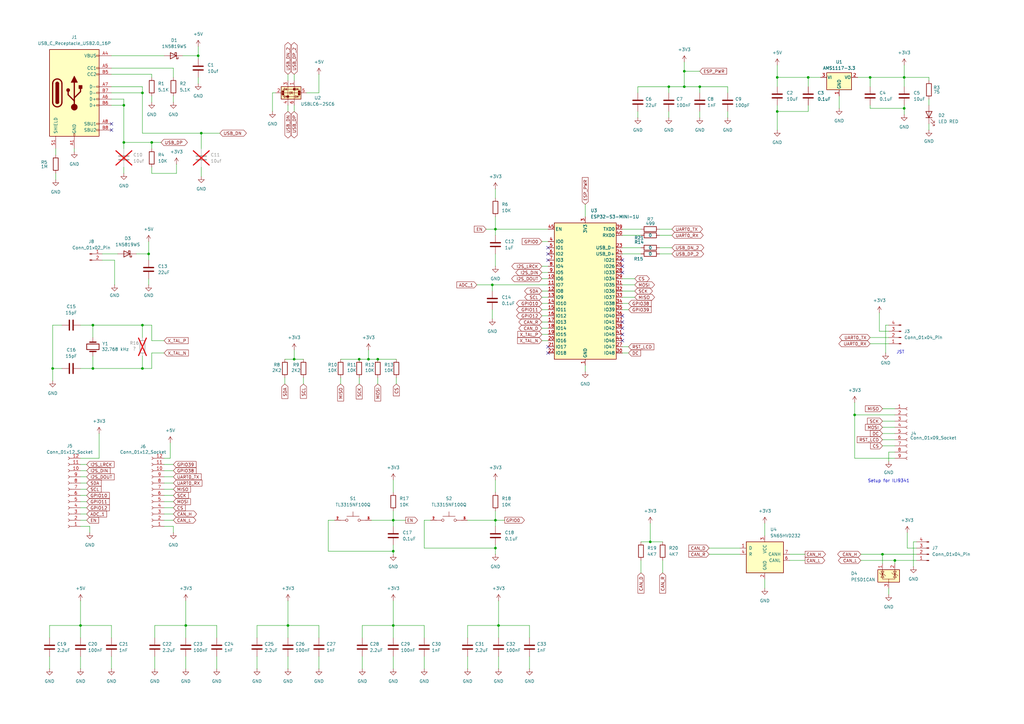
<source format=kicad_sch>
(kicad_sch (version 20231120) (generator "eeschema") (generator_version "8.0")
  (paper "A3")
  (title_block (title "FRISTACK_CORE") (company "KTK FRI UNIZA"))
  (junction (at 274.32 35.56))
  (junction (at 161.29 256.54))
  (junction (at 367.03 229.87))
  (junction (at 331.47 31.75))
  (junction (at 161.29 213.36))
  (junction (at 60.96 104.14))
  (junction (at 120.65 147.32))
  (junction (at 203.2 224.79))
  (junction (at 203.2 213.36))
  (junction (at 62.23 58.42))
  (junction (at 50.8 43.18))
  (junction (at 38.1 151.13))
  (junction (at 81.28 22.86))
  (junction (at 118.11 256.54))
  (junction (at 280.67 35.56))
  (junction (at 58.42 38.1))
  (junction (at 154.94 147.32))
  (junction (at 280.67 29.21))
  (junction (at 58.42 133.35))
  (junction (at 287.02 35.56))
  (junction (at 318.77 31.75))
  (junction (at 204.47 256.54))
  (junction (at 161.29 226.06))
  (junction (at 151.13 147.32))
  (junction (at 356.87 31.75))
  (junction (at 370.84 31.75))
  (junction (at 21.59 151.13))
  (junction (at 147.32 147.32))
  (junction (at 50.8 58.42))
  (junction (at 82.55 54.61))
  (junction (at 38.1 133.35))
  (junction (at 201.93 116.84))
  (junction (at 370.84 44.45))
  (junction (at 76.2 256.54))
  (junction (at 33.02 256.54))
  (junction (at 350.52 170.18))
  (junction (at 203.2 93.98))
  (junction (at 58.42 151.13))
  (junction (at 361.95 227.33))
  (junction (at 318.77 45.72))
  (junction (at 266.7 222.25))
  (no_connect (at 45.72 50.8))
  (no_connect (at 224.79 101.6))
  (no_connect (at 255.27 109.22))
  (no_connect (at 224.79 106.68))
  (no_connect (at 255.27 137.16))
  (no_connect (at 224.79 104.14))
  (no_connect (at 255.27 129.54))
  (no_connect (at 255.27 139.7))
  (no_connect (at 255.27 106.68))
  (no_connect (at 255.27 132.08))
  (no_connect (at 255.27 134.62))
  (no_connect (at 45.72 53.34))
  (no_connect (at 224.79 142.24))
  (no_connect (at 224.79 144.78))
  (no_connect (at 255.27 111.76))
  (wire (pts (xy 161.29 256.54) (xy 161.29 261.62)))
  (wire (pts (xy 161.29 196.85) (xy 161.29 201.93)))
  (wire (pts (xy 137.16 213.36) (xy 134.62 213.36)))
  (wire (pts (xy 21.59 133.35) (xy 21.59 151.13)))
  (wire (pts (xy 191.77 269.24) (xy 191.77 274.32)))
  (wire (pts (xy 130.81 261.62) (xy 130.81 256.54)))
  (wire (pts (xy 204.47 256.54) (xy 204.47 261.62)))
  (wire (pts (xy 374.65 222.25) (xy 375.92 222.25)))
  (wire (pts (xy 45.72 38.1) (xy 58.42 38.1)))
  (wire (pts (xy 262.89 229.87) (xy 262.89 234.95)))
  (wire (pts (xy 33.02 208.28) (xy 35.56 208.28)))
  (wire (pts (xy 67.31 203.2) (xy 71.12 203.2)))
  (wire (pts (xy 148.59 256.54) (xy 161.29 256.54)))
  (wire (pts (xy 33.02 215.9) (xy 36.83 215.9)))
  (wire (pts (xy 351.79 31.75) (xy 356.87 31.75)))
  (wire (pts (xy 203.2 213.36) (xy 203.2 215.9)))
  (wire (pts (xy 270.51 101.6) (xy 275.59 101.6)))
  (wire (pts (xy 45.72 40.64) (xy 50.8 40.64)))
  (wire (pts (xy 270.51 104.14) (xy 275.59 104.14)))
  (wire (pts (xy 45.72 30.48) (xy 62.23 30.48)))
  (wire (pts (xy 173.99 224.79) (xy 203.2 224.79)))
  (wire (pts (xy 203.2 104.14) (xy 203.2 109.22)))
  (wire (pts (xy 287.02 38.1) (xy 287.02 35.56)))
  (wire (pts (xy 67.31 144.78) (xy 62.23 144.78)))
  (wire (pts (xy 33.02 269.24) (xy 33.02 274.32)))
  (wire (pts (xy 118.11 43.18) (xy 118.11 45.72)))
  (wire (pts (xy 50.8 71.12) (xy 50.8 68.58)))
  (wire (pts (xy 76.2 246.38) (xy 76.2 256.54)))
  (wire (pts (xy 361.95 175.26) (xy 367.03 175.26)))
  (wire (pts (xy 222.25 109.22) (xy 224.79 109.22)))
  (wire (pts (xy 111.76 38.1) (xy 111.76 45.72)))
  (wire (pts (xy 203.2 93.98) (xy 203.2 88.9)))
  (wire (pts (xy 313.69 214.63) (xy 313.69 219.71)))
  (wire (pts (xy 222.25 132.08) (xy 224.79 132.08)))
  (wire (pts (xy 50.8 60.96) (xy 50.8 58.42)))
  (wire (pts (xy 217.17 269.24) (xy 217.17 274.32)))
  (wire (pts (xy 38.1 151.13) (xy 58.42 151.13)))
  (wire (pts (xy 46.99 106.68) (xy 46.99 116.84)))
  (wire (pts (xy 67.31 213.36) (xy 71.12 213.36)))
  (wire (pts (xy 195.58 116.84) (xy 201.93 116.84)))
  (wire (pts (xy 191.77 213.36) (xy 203.2 213.36)))
  (wire (pts (xy 88.9 261.62) (xy 88.9 256.54)))
  (wire (pts (xy 33.02 190.5) (xy 35.56 190.5)))
  (wire (pts (xy 173.99 213.36) (xy 173.99 224.79)))
  (wire (pts (xy 360.68 128.27) (xy 360.68 135.89)))
  (wire (pts (xy 255.27 119.38) (xy 260.35 119.38)))
  (wire (pts (xy 120.65 30.48) (xy 120.65 33.02)))
  (wire (pts (xy 33.02 256.54) (xy 33.02 261.62)))
  (wire (pts (xy 60.96 104.14) (xy 60.96 106.68)))
  (wire (pts (xy 38.1 133.35) (xy 58.42 133.35)))
  (wire (pts (xy 161.29 213.36) (xy 161.29 215.9)))
  (wire (pts (xy 71.12 215.9) (xy 71.12 218.44)))
  (wire (pts (xy 113.03 38.1) (xy 111.76 38.1)))
  (wire (pts (xy 120.65 45.72) (xy 120.65 43.18)))
  (wire (pts (xy 105.41 261.62) (xy 105.41 256.54)))
  (wire (pts (xy 33.02 195.58) (xy 35.56 195.58)))
  (wire (pts (xy 222.25 139.7) (xy 224.79 139.7)))
  (wire (pts (xy 116.84 147.32) (xy 120.65 147.32)))
  (wire (pts (xy 323.85 227.33) (xy 330.2 227.33)))
  (wire (pts (xy 45.72 269.24) (xy 45.72 274.32)))
  (wire (pts (xy 298.45 45.72) (xy 298.45 48.26)))
  (wire (pts (xy 69.85 181.61) (xy 69.85 187.96)))
  (wire (pts (xy 67.31 187.96) (xy 69.85 187.96)))
  (wire (pts (xy 203.2 93.98) (xy 203.2 96.52)))
  (wire (pts (xy 361.95 180.34) (xy 367.03 180.34)))
  (wire (pts (xy 45.72 35.56) (xy 58.42 35.56)))
  (wire (pts (xy 255.27 144.78) (xy 257.81 144.78)))
  (wire (pts (xy 62.23 144.78) (xy 62.23 151.13)))
  (wire (pts (xy 176.53 213.36) (xy 173.99 213.36)))
  (wire (pts (xy 203.2 196.85) (xy 203.2 201.93)))
  (wire (pts (xy 361.95 167.64) (xy 367.03 167.64)))
  (wire (pts (xy 162.56 154.94) (xy 162.56 157.48)))
  (wire (pts (xy 255.27 101.6) (xy 262.89 101.6)))
  (wire (pts (xy 151.13 147.32) (xy 154.94 147.32)))
  (wire (pts (xy 74.93 22.86) (xy 81.28 22.86)))
  (wire (pts (xy 45.72 27.94) (xy 71.12 27.94)))
  (wire (pts (xy 361.95 227.33) (xy 361.95 231.14)))
  (wire (pts (xy 203.2 224.79) (xy 203.2 227.33)))
  (wire (pts (xy 222.25 137.16) (xy 224.79 137.16)))
  (wire (pts (xy 261.62 45.72) (xy 261.62 48.26)))
  (wire (pts (xy 173.99 261.62) (xy 173.99 256.54)))
  (wire (pts (xy 67.31 208.28) (xy 71.12 208.28)))
  (wire (pts (xy 255.27 127) (xy 257.81 127)))
  (wire (pts (xy 22.86 71.12) (xy 22.86 73.66)))
  (wire (pts (xy 222.25 99.06) (xy 224.79 99.06)))
  (wire (pts (xy 118.11 256.54) (xy 130.81 256.54)))
  (wire (pts (xy 130.81 38.1) (xy 130.81 30.48)))
  (wire (pts (xy 350.52 170.18) (xy 367.03 170.18)))
  (wire (pts (xy 45.72 22.86) (xy 67.31 22.86)))
  (wire (pts (xy 118.11 30.48) (xy 118.11 33.02)))
  (wire (pts (xy 20.32 261.62) (xy 20.32 256.54)))
  (wire (pts (xy 360.68 135.89) (xy 364.49 135.89)))
  (wire (pts (xy 161.29 223.52) (xy 161.29 226.06)))
  (wire (pts (xy 33.02 193.04) (xy 35.56 193.04)))
  (wire (pts (xy 50.8 40.64) (xy 50.8 43.18)))
  (wire (pts (xy 139.7 147.32) (xy 147.32 147.32)))
  (wire (pts (xy 356.87 31.75) (xy 356.87 35.56)))
  (wire (pts (xy 255.27 121.92) (xy 260.35 121.92)))
  (wire (pts (xy 367.03 229.87) (xy 367.03 231.14)))
  (wire (pts (xy 105.41 269.24) (xy 105.41 274.32)))
  (wire (pts (xy 364.49 133.35) (xy 363.22 133.35)))
  (wire (pts (xy 350.52 187.96) (xy 367.03 187.96)))
  (wire (pts (xy 201.93 116.84) (xy 224.79 116.84)))
  (wire (pts (xy 67.31 200.66) (xy 71.12 200.66)))
  (wire (pts (xy 222.25 127) (xy 224.79 127)))
  (wire (pts (xy 381 50.8) (xy 381 53.34)))
  (wire (pts (xy 261.62 38.1) (xy 261.62 35.56)))
  (wire (pts (xy 367.03 229.87) (xy 375.92 229.87)))
  (wire (pts (xy 36.83 215.9) (xy 36.83 218.44)))
  (wire (pts (xy 67.31 210.82) (xy 71.12 210.82)))
  (wire (pts (xy 134.62 226.06) (xy 161.29 226.06)))
  (wire (pts (xy 161.29 226.06) (xy 161.29 227.33)))
  (wire (pts (xy 118.11 256.54) (xy 118.11 261.62)))
  (wire (pts (xy 222.25 121.92) (xy 224.79 121.92)))
  (wire (pts (xy 318.77 45.72) (xy 331.47 45.72)))
  (wire (pts (xy 372.11 218.44) (xy 372.11 224.79)))
  (wire (pts (xy 280.67 29.21) (xy 287.02 29.21)))
  (wire (pts (xy 62.23 30.48) (xy 62.23 31.75)))
  (wire (pts (xy 71.12 39.37) (xy 71.12 41.91)))
  (wire (pts (xy 331.47 31.75) (xy 336.55 31.75)))
  (wire (pts (xy 71.12 27.94) (xy 71.12 31.75)))
  (wire (pts (xy 50.8 58.42) (xy 62.23 58.42)))
  (wire (pts (xy 151.13 147.32) (xy 147.32 147.32)))
  (wire (pts (xy 58.42 146.05) (xy 58.42 151.13)))
  (wire (pts (xy 266.7 222.25) (xy 271.78 222.25)))
  (wire (pts (xy 240.03 149.86) (xy 240.03 152.4)))
  (wire (pts (xy 255.27 114.3) (xy 260.35 114.3)))
  (wire (pts (xy 67.31 139.7) (xy 62.23 139.7)))
  (wire (pts (xy 67.31 190.5) (xy 71.12 190.5)))
  (wire (pts (xy 350.52 165.1) (xy 350.52 170.18)))
  (wire (pts (xy 313.69 237.49) (xy 313.69 241.3)))
  (wire (pts (xy 105.41 256.54) (xy 118.11 256.54)))
  (wire (pts (xy 364.49 185.42) (xy 364.49 189.23)))
  (wire (pts (xy 255.27 104.14) (xy 262.89 104.14)))
  (wire (pts (xy 46.99 106.68) (xy 41.91 106.68)))
  (wire (pts (xy 41.91 104.14) (xy 48.26 104.14)))
  (wire (pts (xy 361.95 182.88) (xy 367.03 182.88)))
  (wire (pts (xy 173.99 269.24) (xy 173.99 274.32)))
  (wire (pts (xy 372.11 224.79) (xy 375.92 224.79)))
  (wire (pts (xy 134.62 213.36) (xy 134.62 226.06)))
  (wire (pts (xy 33.02 133.35) (xy 38.1 133.35)))
  (wire (pts (xy 274.32 35.56) (xy 280.67 35.56)))
  (wire (pts (xy 33.02 205.74) (xy 35.56 205.74)))
  (wire (pts (xy 30.48 60.96) (xy 30.48 62.23)))
  (wire (pts (xy 270.51 93.98) (xy 275.59 93.98)))
  (wire (pts (xy 203.2 209.55) (xy 203.2 213.36)))
  (wire (pts (xy 203.2 213.36) (xy 207.01 213.36)))
  (wire (pts (xy 33.02 200.66) (xy 35.56 200.66)))
  (wire (pts (xy 20.32 269.24) (xy 20.32 274.32)))
  (wire (pts (xy 240.03 83.82) (xy 240.03 88.9)))
  (wire (pts (xy 38.1 138.43) (xy 38.1 133.35)))
  (wire (pts (xy 62.23 58.42) (xy 62.23 60.96)))
  (wire (pts (xy 33.02 203.2) (xy 35.56 203.2)))
  (wire (pts (xy 290.83 224.79) (xy 303.53 224.79)))
  (wire (pts (xy 72.39 71.12) (xy 72.39 67.31)))
  (wire (pts (xy 353.06 227.33) (xy 361.95 227.33)))
  (wire (pts (xy 261.62 35.56) (xy 274.32 35.56)))
  (wire (pts (xy 120.65 147.32) (xy 120.65 143.51)))
  (wire (pts (xy 63.5 269.24) (xy 63.5 274.32)))
  (wire (pts (xy 270.51 96.52) (xy 275.59 96.52)))
  (wire (pts (xy 38.1 151.13) (xy 38.1 146.05)))
  (wire (pts (xy 262.89 222.25) (xy 266.7 222.25)))
  (wire (pts (xy 58.42 35.56) (xy 58.42 38.1)))
  (wire (pts (xy 62.23 133.35) (xy 58.42 133.35)))
  (wire (pts (xy 76.2 256.54) (xy 76.2 261.62)))
  (wire (pts (xy 45.72 43.18) (xy 50.8 43.18)))
  (wire (pts (xy 67.31 198.12) (xy 71.12 198.12)))
  (wire (pts (xy 21.59 151.13) (xy 21.59 156.21)))
  (wire (pts (xy 55.88 104.14) (xy 60.96 104.14)))
  (wire (pts (xy 25.4 133.35) (xy 21.59 133.35)))
  (wire (pts (xy 118.11 246.38) (xy 118.11 256.54)))
  (wire (pts (xy 76.2 256.54) (xy 88.9 256.54)))
  (wire (pts (xy 222.25 124.46) (xy 224.79 124.46)))
  (wire (pts (xy 331.47 31.75) (xy 331.47 35.56)))
  (wire (pts (xy 367.03 185.42) (xy 364.49 185.42)))
  (wire (pts (xy 58.42 38.1) (xy 58.42 54.61)))
  (wire (pts (xy 67.31 215.9) (xy 71.12 215.9)))
  (wire (pts (xy 76.2 269.24) (xy 76.2 274.32)))
  (wire (pts (xy 287.02 45.72) (xy 287.02 48.26)))
  (wire (pts (xy 356.87 43.18) (xy 356.87 44.45)))
  (wire (pts (xy 204.47 269.24) (xy 204.47 274.32)))
  (wire (pts (xy 148.59 261.62) (xy 148.59 256.54)))
  (wire (pts (xy 318.77 26.67) (xy 318.77 31.75)))
  (wire (pts (xy 344.17 39.37) (xy 344.17 44.45)))
  (wire (pts (xy 118.11 269.24) (xy 118.11 274.32)))
  (wire (pts (xy 82.55 68.58) (xy 82.55 72.39)))
  (wire (pts (xy 45.72 261.62) (xy 45.72 256.54)))
  (wire (pts (xy 255.27 142.24) (xy 257.81 142.24)))
  (wire (pts (xy 356.87 138.43) (xy 364.49 138.43)))
  (wire (pts (xy 203.2 77.47) (xy 203.2 81.28)))
  (wire (pts (xy 139.7 154.94) (xy 139.7 157.48)))
  (wire (pts (xy 201.93 116.84) (xy 201.93 119.38)))
  (wire (pts (xy 161.29 269.24) (xy 161.29 274.32)))
  (wire (pts (xy 33.02 198.12) (xy 35.56 198.12)))
  (wire (pts (xy 161.29 213.36) (xy 166.37 213.36)))
  (wire (pts (xy 88.9 269.24) (xy 88.9 274.32)))
  (wire (pts (xy 323.85 229.87) (xy 330.2 229.87)))
  (wire (pts (xy 331.47 45.72) (xy 331.47 43.18)))
  (wire (pts (xy 363.22 133.35) (xy 363.22 144.78)))
  (wire (pts (xy 204.47 256.54) (xy 217.17 256.54)))
  (wire (pts (xy 203.2 223.52) (xy 203.2 224.79)))
  (wire (pts (xy 154.94 147.32) (xy 162.56 147.32)))
  (wire (pts (xy 151.13 143.51) (xy 151.13 147.32)))
  (wire (pts (xy 318.77 45.72) (xy 318.77 53.34)))
  (wire (pts (xy 81.28 22.86) (xy 81.28 19.05)))
  (wire (pts (xy 60.96 114.3) (xy 60.96 116.84)))
  (wire (pts (xy 50.8 43.18) (xy 50.8 58.42)))
  (wire (pts (xy 370.84 26.67) (xy 370.84 31.75)))
  (wire (pts (xy 62.23 58.42) (xy 66.04 58.42)))
  (wire (pts (xy 40.64 187.96) (xy 40.64 177.8)))
  (wire (pts (xy 222.25 129.54) (xy 224.79 129.54)))
  (wire (pts (xy 60.96 104.14) (xy 60.96 99.06)))
  (wire (pts (xy 280.67 29.21) (xy 280.67 35.56)))
  (wire (pts (xy 298.45 38.1) (xy 298.45 35.56)))
  (wire (pts (xy 154.94 154.94) (xy 154.94 157.48)))
  (wire (pts (xy 82.55 54.61) (xy 82.55 60.96)))
  (wire (pts (xy 199.39 93.98) (xy 203.2 93.98)))
  (wire (pts (xy 280.67 35.56) (xy 287.02 35.56)))
  (wire (pts (xy 152.4 213.36) (xy 161.29 213.36)))
  (wire (pts (xy 361.95 227.33) (xy 375.92 227.33)))
  (wire (pts (xy 33.02 210.82) (xy 35.56 210.82)))
  (wire (pts (xy 370.84 31.75) (xy 370.84 35.56)))
  (wire (pts (xy 33.02 246.38) (xy 33.02 256.54)))
  (wire (pts (xy 124.46 154.94) (xy 124.46 157.48)))
  (wire (pts (xy 161.29 209.55) (xy 161.29 213.36)))
  (wire (pts (xy 147.32 154.94) (xy 147.32 157.48)))
  (wire (pts (xy 370.84 43.18) (xy 370.84 44.45)))
  (wire (pts (xy 353.06 229.87) (xy 367.03 229.87)))
  (wire (pts (xy 201.93 127) (xy 201.93 130.81)))
  (wire (pts (xy 81.28 31.75) (xy 81.28 34.29)))
  (wire (pts (xy 116.84 154.94) (xy 116.84 157.48)))
  (wire (pts (xy 318.77 43.18) (xy 318.77 45.72)))
  (wire (pts (xy 148.59 269.24) (xy 148.59 274.32)))
  (wire (pts (xy 120.65 147.32) (xy 124.46 147.32)))
  (wire (pts (xy 255.27 96.52) (xy 262.89 96.52)))
  (wire (pts (xy 33.02 187.96) (xy 40.64 187.96)))
  (wire (pts (xy 364.49 241.3) (xy 364.49 243.84)))
  (wire (pts (xy 82.55 54.61) (xy 90.17 54.61)))
  (wire (pts (xy 222.25 119.38) (xy 224.79 119.38)))
  (wire (pts (xy 217.17 261.62) (xy 217.17 256.54)))
  (wire (pts (xy 161.29 246.38) (xy 161.29 256.54)))
  (wire (pts (xy 381 40.64) (xy 381 43.18)))
  (wire (pts (xy 356.87 140.97) (xy 364.49 140.97)))
  (wire (pts (xy 62.23 39.37) (xy 62.23 41.91)))
  (wire (pts (xy 67.31 193.04) (xy 71.12 193.04)))
  (wire (pts (xy 224.79 93.98) (xy 203.2 93.98)))
  (wire (pts (xy 33.02 256.54) (xy 45.72 256.54)))
  (wire (pts (xy 318.77 31.75) (xy 318.77 35.56)))
  (wire (pts (xy 67.31 195.58) (xy 71.12 195.58)))
  (wire (pts (xy 381 33.02) (xy 381 31.75)))
  (wire (pts (xy 20.32 256.54) (xy 33.02 256.54)))
  (wire (pts (xy 62.23 71.12) (xy 72.39 71.12)))
  (wire (pts (xy 191.77 261.62) (xy 191.77 256.54)))
  (wire (pts (xy 370.84 44.45) (xy 370.84 46.99)))
  (wire (pts (xy 81.28 22.86) (xy 81.28 24.13)))
  (wire (pts (xy 63.5 256.54) (xy 76.2 256.54)))
  (wire (pts (xy 22.86 60.96) (xy 22.86 63.5)))
  (wire (pts (xy 62.23 151.13) (xy 58.42 151.13)))
  (wire (pts (xy 266.7 222.25) (xy 266.7 214.63)))
  (wire (pts (xy 255.27 116.84) (xy 260.35 116.84)))
  (wire (pts (xy 255.27 124.46) (xy 257.81 124.46)))
  (wire (pts (xy 130.81 269.24) (xy 130.81 274.32)))
  (wire (pts (xy 274.32 35.56) (xy 274.32 38.1)))
  (wire (pts (xy 58.42 133.35) (xy 58.42 138.43)))
  (wire (pts (xy 361.95 177.8) (xy 367.03 177.8)))
  (wire (pts (xy 318.77 31.75) (xy 331.47 31.75)))
  (wire (pts (xy 356.87 31.75) (xy 370.84 31.75)))
  (wire (pts (xy 125.73 38.1) (xy 130.81 38.1)))
  (wire (pts (xy 222.25 111.76) (xy 224.79 111.76)))
  (wire (pts (xy 33.02 213.36) (xy 35.56 213.36)))
  (wire (pts (xy 63.5 261.62) (xy 63.5 256.54)))
  (wire (pts (xy 58.42 54.61) (xy 82.55 54.61)))
  (wire (pts (xy 161.29 256.54) (xy 173.99 256.54)))
  (wire (pts (xy 271.78 229.87) (xy 271.78 234.95)))
  (wire (pts (xy 374.65 232.41) (xy 374.65 222.25)))
  (wire (pts (xy 191.77 256.54) (xy 204.47 256.54)))
  (wire (pts (xy 255.27 93.98) (xy 262.89 93.98)))
  (wire (pts (xy 21.59 151.13) (xy 25.4 151.13)))
  (wire (pts (xy 33.02 151.13) (xy 38.1 151.13)))
  (wire (pts (xy 361.95 172.72) (xy 367.03 172.72)))
  (wire (pts (xy 67.31 205.74) (xy 71.12 205.74)))
  (wire (pts (xy 280.67 25.4) (xy 280.67 29.21)))
  (wire (pts (xy 356.87 44.45) (xy 370.84 44.45)))
  (wire (pts (xy 204.47 246.38) (xy 204.47 256.54)))
  (wire (pts (xy 62.23 139.7) (xy 62.23 133.35)))
  (wire (pts (xy 62.23 68.58) (xy 62.23 71.12)))
  (wire (pts (xy 298.45 35.56) (xy 287.02 35.56)))
  (wire (pts (xy 222.25 114.3) (xy 224.79 114.3)))
  (wire (pts (xy 381 31.75) (xy 370.84 31.75)))
  (wire (pts (xy 290.83 227.33) (xy 303.53 227.33)))
  (wire (pts (xy 222.25 134.62) (xy 224.79 134.62)))
  (wire (pts (xy 274.32 45.72) (xy 274.32 48.26)))
  (wire (pts (xy 350.52 187.96) (xy 350.52 170.18)))
  (text "JST\n" (at 369.316 144.526 0) (effects (font (size 1.27 1.27))))
  (text "Setup for ILI9341\n" (at 364.49 197.358 0) (effects (font (size 1.27 1.27))))
  (global_label "CAN_H" (shape output) (at 330.2 227.33 0) (property "Intersheetrefs" "${INTERSHEET_REFS}" (effects (hide yes))))
  (global_label "SCL" (shape input) (at 124.46 157.48 270) (property "Intersheetrefs" "${INTERSHEET_REFS}" (effects (hide yes))))
  (global_label "USB_DN" (shape bidirectional) (at 90.17 54.61 0) (property "Intersheetrefs" "${INTERSHEET_REFS}" (effects (hide yes))))
  (global_label "CAN_R" (shape input) (at 271.78 234.95 270) (property "Intersheetrefs" "${INTERSHEET_REFS}" (effects (hide yes))))
  (global_label "UART0_TX" (shape input) (at 71.12 195.58 0) (property "Intersheetrefs" "${INTERSHEET_REFS}" (effects (hide yes))))
  (global_label "EN" (shape output) (at 166.37 213.36 0) (property "Intersheetrefs" "${INTERSHEET_REFS}" (effects (hide yes))))
  (global_label "UART0_RX" (shape bidirectional) (at 275.59 96.52 0) (property "Intersheetrefs" "${INTERSHEET_REFS}" (effects (hide yes))))
  (global_label "I2S_LRCK" (shape bidirectional) (at 222.25 109.22 180) (property "Intersheetrefs" "${INTERSHEET_REFS}" (effects (hide yes))))
  (global_label "RST_LCD" (shape input) (at 361.95 180.34 180) (property "Intersheetrefs" "${INTERSHEET_REFS}" (effects (hide yes))))
  (global_label "ADC_1" (shape input) (at 195.58 116.84 180) (property "Intersheetrefs" "${INTERSHEET_REFS}" (effects (hide yes))))
  (global_label "USB_DP_2" (shape bidirectional) (at 120.65 30.48 90) (property "Intersheetrefs" "${INTERSHEET_REFS}" (effects (hide yes))))
  (global_label "GPIO38" (shape input) (at 257.81 124.46 0) (property "Intersheetrefs" "${INTERSHEET_REFS}" (effects (hide yes))))
  (global_label "CAN_L" (shape bidirectional) (at 353.06 229.87 180) (property "Intersheetrefs" "${INTERSHEET_REFS}" (effects (hide yes))))
  (global_label "GPIO11" (shape bidirectional) (at 222.25 127 180) (property "Intersheetrefs" "${INTERSHEET_REFS}" (effects (hide yes))))
  (global_label "USB_DN_2" (shape bidirectional) (at 275.59 101.6 0) (property "Intersheetrefs" "${INTERSHEET_REFS}" (effects (hide yes))))
  (global_label "CAN_L" (shape bidirectional) (at 71.12 213.36 0) (property "Intersheetrefs" "${INTERSHEET_REFS}" (effects (hide yes))))
  (global_label "MOSI" (shape bidirectional) (at 260.35 116.84 0) (property "Intersheetrefs" "${INTERSHEET_REFS}" (effects (hide yes))))
  (global_label "CS" (shape input) (at 71.12 208.28 0) (property "Intersheetrefs" "${INTERSHEET_REFS}" (effects (hide yes))))
  (global_label "CAN_R" (shape input) (at 290.83 227.33 180) (property "Intersheetrefs" "${INTERSHEET_REFS}" (effects (hide yes))))
  (global_label "SCL" (shape bidirectional) (at 222.25 121.92 180) (property "Intersheetrefs" "${INTERSHEET_REFS}" (effects (hide yes))))
  (global_label "GPIO10" (shape bidirectional) (at 222.25 124.46 180) (property "Intersheetrefs" "${INTERSHEET_REFS}" (effects (hide yes))))
  (global_label "GPIO38" (shape input) (at 71.12 193.04 0) (property "Intersheetrefs" "${INTERSHEET_REFS}" (effects (hide yes))))
  (global_label "EN" (shape input) (at 35.56 213.36 0) (property "Intersheetrefs" "${INTERSHEET_REFS}" (effects (hide yes))))
  (global_label "CAN_D" (shape bidirectional) (at 222.25 134.62 180) (property "Intersheetrefs" "${INTERSHEET_REFS}" (effects (hide yes))))
  (global_label "GPIO12" (shape bidirectional) (at 222.25 129.54 180) (property "Intersheetrefs" "${INTERSHEET_REFS}" (effects (hide yes))))
  (global_label "SDA" (shape input) (at 35.56 198.12 0) (property "Intersheetrefs" "${INTERSHEET_REFS}" (effects (hide yes))))
  (global_label "UART0_RX" (shape input) (at 71.12 198.12 0) (property "Intersheetrefs" "${INTERSHEET_REFS}" (effects (hide yes))))
  (global_label "CAN_D" (shape input) (at 262.89 234.95 270) (property "Intersheetrefs" "${INTERSHEET_REFS}" (effects (hide yes))))
  (global_label "CS" (shape input) (at 162.56 157.48 270) (property "Intersheetrefs" "${INTERSHEET_REFS}" (effects (hide yes))))
  (global_label "GPIO11" (shape input) (at 35.56 205.74 0) (property "Intersheetrefs" "${INTERSHEET_REFS}" (effects (hide yes))))
  (global_label "MISO" (shape input) (at 361.95 167.64 180) (property "Intersheetrefs" "${INTERSHEET_REFS}" (effects (hide yes))))
  (global_label "MISO" (shape input) (at 139.7 157.48 270) (property "Intersheetrefs" "${INTERSHEET_REFS}" (effects (hide yes))))
  (global_label "ESP_PWR" (shape input) (at 287.02 29.21 0) (property "Intersheetrefs" "${INTERSHEET_REFS}" (effects (hide yes))))
  (global_label "X_TAL_P" (shape input) (at 67.31 139.7 0) (property "Intersheetrefs" "${INTERSHEET_REFS}" (effects (hide yes))))
  (global_label "CS" (shape input) (at 361.95 182.88 180) (property "Intersheetrefs" "${INTERSHEET_REFS}" (effects (hide yes))))
  (global_label "ESP_PWR" (shape input) (at 240.03 83.82 90) (property "Intersheetrefs" "${INTERSHEET_REFS}" (effects (hide yes))))
  (global_label "SCK" (shape bidirectional) (at 260.35 119.38 0) (property "Intersheetrefs" "${INTERSHEET_REFS}" (effects (hide yes))))
  (global_label "SCK" (shape input) (at 147.32 157.48 270) (property "Intersheetrefs" "${INTERSHEET_REFS}" (effects (hide yes))))
  (global_label "USB_DP" (shape bidirectional) (at 66.04 58.42 0) (property "Intersheetrefs" "${INTERSHEET_REFS}" (effects (hide yes))))
  (global_label "MOSI" (shape input) (at 361.95 175.26 180) (property "Intersheetrefs" "${INTERSHEET_REFS}" (effects (hide yes))))
  (global_label "GPIO12" (shape input) (at 35.56 208.28 0) (property "Intersheetrefs" "${INTERSHEET_REFS}" (effects (hide yes))))
  (global_label "SCK" (shape input) (at 361.95 172.72 180) (property "Intersheetrefs" "${INTERSHEET_REFS}" (effects (hide yes))))
  (global_label "X_TAL_N" (shape input) (at 222.25 139.7 180) (property "Intersheetrefs" "${INTERSHEET_REFS}" (effects (hide yes))))
  (global_label "MOSI" (shape input) (at 154.94 157.48 270) (property "Intersheetrefs" "${INTERSHEET_REFS}" (effects (hide yes))))
  (global_label "CAN_L" (shape output) (at 330.2 229.87 0) (property "Intersheetrefs" "${INTERSHEET_REFS}" (effects (hide yes))))
  (global_label "SCK" (shape input) (at 71.12 203.2 0) (property "Intersheetrefs" "${INTERSHEET_REFS}" (effects (hide yes))))
  (global_label "I2S_DIN" (shape bidirectional) (at 222.25 111.76 180) (property "Intersheetrefs" "${INTERSHEET_REFS}" (effects (hide yes))))
  (global_label "DC" (shape input) (at 361.95 177.8 180) (property "Intersheetrefs" "${INTERSHEET_REFS}" (effects (hide yes))))
  (global_label "GPIO10" (shape input) (at 35.56 203.2 0) (property "Intersheetrefs" "${INTERSHEET_REFS}" (effects (hide yes))))
  (global_label "I2S_LRCK" (shape input) (at 35.56 190.5 0) (property "Intersheetrefs" "${INTERSHEET_REFS}" (effects (hide yes))))
  (global_label "X_TAL_P" (shape input) (at 222.25 137.16 180) (property "Intersheetrefs" "${INTERSHEET_REFS}" (effects (hide yes))))
  (global_label "DC" (shape input) (at 257.81 144.78 0) (property "Intersheetrefs" "${INTERSHEET_REFS}" (effects (hide yes))))
  (global_label "USB_DN_2" (shape bidirectional) (at 118.11 30.48 90) (property "Intersheetrefs" "${INTERSHEET_REFS}" (effects (hide yes))))
  (global_label "GPIO0" (shape output) (at 207.01 213.36 0) (property "Intersheetrefs" "${INTERSHEET_REFS}" (effects (hide yes))))
  (global_label "CAN_R" (shape bidirectional) (at 222.25 132.08 180) (property "Intersheetrefs" "${INTERSHEET_REFS}" (effects (hide yes))))
  (global_label "CS" (shape bidirectional) (at 260.35 114.3 0) (property "Intersheetrefs" "${INTERSHEET_REFS}" (effects (hide yes))))
  (global_label "UART0_TX" (shape bidirectional) (at 275.59 93.98 0) (property "Intersheetrefs" "${INTERSHEET_REFS}" (effects (hide yes))))
  (global_label "I2S_DOUT" (shape bidirectional) (at 222.25 114.3 180) (property "Intersheetrefs" "${INTERSHEET_REFS}" (effects (hide yes))))
  (global_label "SDA" (shape bidirectional) (at 222.25 119.38 180) (property "Intersheetrefs" "${INTERSHEET_REFS}" (effects (hide yes))))
  (global_label "UART0_TX" (shape bidirectional) (at 356.87 138.43 180) (property "Intersheetrefs" "${INTERSHEET_REFS}" (effects (hide yes))))
  (global_label "RST_LCD" (shape input) (at 257.81 142.24 0) (property "Intersheetrefs" "${INTERSHEET_REFS}" (effects (hide yes))))
  (global_label "USB_DN" (shape bidirectional) (at 118.11 45.72 270) (property "Intersheetrefs" "${INTERSHEET_REFS}" (effects (hide yes))))
  (global_label "MISO" (shape bidirectional) (at 260.35 121.92 0) (property "Intersheetrefs" "${INTERSHEET_REFS}" (effects (hide yes))))
  (global_label "UART0_RX" (shape bidirectional) (at 356.87 140.97 180) (property "Intersheetrefs" "${INTERSHEET_REFS}" (effects (hide yes))))
  (global_label "USB_DP" (shape bidirectional) (at 120.65 45.72 270) (property "Intersheetrefs" "${INTERSHEET_REFS}" (effects (hide yes))))
  (global_label "CAN_H" (shape bidirectional) (at 71.12 210.82 0) (property "Intersheetrefs" "${INTERSHEET_REFS}" (effects (hide yes))))
  (global_label "EN" (shape input) (at 199.39 93.98 180) (property "Intersheetrefs" "${INTERSHEET_REFS}" (effects (hide yes))))
  (global_label "X_TAL_N" (shape input) (at 67.31 144.78 0) (property "Intersheetrefs" "${INTERSHEET_REFS}" (effects (hide yes))))
  (global_label "MISO" (shape input) (at 71.12 200.66 0) (property "Intersheetrefs" "${INTERSHEET_REFS}" (effects (hide yes))))
  (global_label "GPIO39" (shape input) (at 257.81 127 0) (property "Intersheetrefs" "${INTERSHEET_REFS}" (effects (hide yes))))
  (global_label "I2S_DIN" (shape input) (at 35.56 193.04 0) (property "Intersheetrefs" "${INTERSHEET_REFS}" (effects (hide yes))))
  (global_label "I2S_DOUT" (shape input) (at 35.56 195.58 0) (property "Intersheetrefs" "${INTERSHEET_REFS}" (effects (hide yes))))
  (global_label "CAN_H" (shape bidirectional) (at 353.06 227.33 180) (property "Intersheetrefs" "${INTERSHEET_REFS}" (effects (hide yes))))
  (global_label "ADC_1" (shape input) (at 35.56 210.82 0) (property "Intersheetrefs" "${INTERSHEET_REFS}" (effects (hide yes))))
  (global_label "MOSI" (shape input) (at 71.12 205.74 0) (property "Intersheetrefs" "${INTERSHEET_REFS}" (effects (hide yes))))
  (global_label "USB_DP_2" (shape bidirectional) (at 275.59 104.14 0) (property "Intersheetrefs" "${INTERSHEET_REFS}" (effects (hide yes))))
  (global_label "GPIO39" (shape input) (at 71.12 190.5 0) (property "Intersheetrefs" "${INTERSHEET_REFS}" (effects (hide yes))))
  (global_label "SCL" (shape input) (at 35.56 200.66 0) (property "Intersheetrefs" "${INTERSHEET_REFS}" (effects (hide yes))))
  (global_label "CAN_D" (shape input) (at 290.83 224.79 180) (property "Intersheetrefs" "${INTERSHEET_REFS}" (effects (hide yes))))
  (global_label "SDA" (shape input) (at 116.84 157.48 270) (property "Intersheetrefs" "${INTERSHEET_REFS}" (effects (hide yes))))
  (global_label "GPIO0" (shape input) (at 222.25 99.06 180) (property "Intersheetrefs" "${INTERSHEET_REFS}" (effects (hide yes))))
  (symbol (lib_id "power:+3V3") (at 313.69 214.63 0) (unit 1)
    (property "Reference" "#PWR042" (effects (hide yes)))
    (property "Value" "+3V3" (at 313.69 209.55 0))
    (property "Description" "Power symbol creates a global label with name \"+3V3\"" (effects (hide yes)))
  )
  (symbol (lib_id "power:+3V3") (at 203.2 77.47 0) (unit 1)
    (property "Reference" "#PWR023" (effects (hide yes)))
    (property "Value" "+3V3" (at 203.2 72.39 0))
    (property "Description" "Power symbol creates a global label with name \"+3V3\"" (effects (hide yes)))
  )
  (symbol (lib_id "Connector:Conn_01x02_Pin") (at 36.83 104.14 0) (unit 1)
    (property "Reference" "J8" (at 37.465 99.06 0))
    (property "Value" "Conn_01x02_Pin" (at 37.465 101.6 0))
    (property "Footprint" "Connector_JST:JST_PH_S2B-PH-K_1x02_P2.00mm_Horizontal" (effects (hide yes)))
    (property "Description" "Generic connector, single row, 01x02, script generated" (effects (hide yes)))
  )
  (symbol (lib_id "power:GND") (at 173.99 274.32 0) (unit 1)
    (property "Reference" "#PWR067" (effects (hide yes)))
    (property "Value" "GND" (at 173.99 279.4 0))
    (property "Description" "Power symbol creates a global label with name \"GND\" , ground" (effects (hide yes)))
  )
  (symbol (lib_id "Device:C") (at 173.99 265.43 0) (unit 1)
    (property "Reference" "C30" (at 177.038 264.16 0) (effects (justify left)))
    (property "Value" "1nF" (at 177.038 266.7 0) (effects (justify left)))
    (property "Footprint" "Capacitor_SMD:C_0603_1608Metric" (effects (hide yes)))
    (property "Description" "Unpolarized capacitor" (effects (hide yes)))
  )
  (symbol (lib_id "Device:R") (at 139.7 151.13 180) (unit 1)
    (property "Reference" "R10" (at 136.398 149.606 0))
    (property "Value" "10K" (at 136.398 151.892 0))
    (property "Footprint" "Resistor_SMD:R_0603_1608Metric" (effects (hide yes)))
    (property "Description" "Resistor" (effects (hide yes)))
  )
  (symbol (lib_id "power:+3V3") (at 40.64 177.8 0) (unit 1)
    (property "Reference" "#PWR038" (effects (hide yes)))
    (property "Value" "+3V3" (at 40.64 172.72 0))
    (property "Description" "Power symbol creates a global label with name \"+3V3\"" (effects (hide yes)))
  )
  (symbol (lib_id "Device:C") (at 20.32 265.43 0) (unit 1)
    (property "Reference" "C19" (at 23.368 264.16 0) (effects (justify left)))
    (property "Value" "2.2uF" (at 23.368 266.7 0) (effects (justify left)))
    (property "Footprint" "Capacitor_SMD:C_0603_1608Metric" (effects (hide yes)))
    (property "Description" "Unpolarized capacitor" (effects (hide yes)))
  )
  (symbol (lib_id "power:GND") (at 381 53.34 0) (unit 1)
    (property "Reference" "#PWR017" (effects (hide yes)))
    (property "Value" "GND" (at 381 57.912 0))
    (property "Description" "Power symbol creates a global label with name \"GND\" , ground" (effects (hide yes)))
  )
  (symbol (lib_id "power:GND") (at 30.48 62.23 0) (unit 1)
    (property "Reference" "#PWR018" (effects (hide yes)))
    (property "Value" "GND" (at 30.48 67.31 0))
    (property "Description" "Power symbol creates a global label with name \"GND\" , ground" (effects (hide yes)))
  )
  (symbol (lib_id "power:GND") (at 203.2 227.33 0) (unit 1)
    (property "Reference" "#PWR047" (effects (hide yes)))
    (property "Value" "GND" (at 203.2 232.41 0))
    (property "Description" "Power symbol creates a global label with name \"GND\" , ground" (effects (hide yes)))
  )
  (symbol (lib_id "Device:C") (at 161.29 265.43 0) (unit 1)
    (property "Reference" "C29" (at 164.338 264.16 0) (effects (justify left)))
    (property "Value" "100nF" (at 164.338 266.7 0) (effects (justify left)))
    (property "Footprint" "Capacitor_SMD:C_0603_1608Metric" (effects (hide yes)))
    (property "Description" "Unpolarized capacitor" (effects (hide yes)))
  )
  (symbol (lib_id "power:+3V3") (at 120.65 143.51 0) (unit 1)
    (property "Reference" "#PWR025" (effects (hide yes)))
    (property "Value" "+3V3" (at 120.65 138.43 0))
    (property "Description" "Power symbol creates a global label with name \"+3V3\"" (effects (hide yes)))
  )
  (symbol (lib_id "Device:C") (at 331.47 39.37 0) (unit 1)
    (property "Reference" "C3" (at 335.28 38.0999 0) (effects (justify left)))
    (property "Value" "0.1uF" (at 335.28 40.6399 0) (effects (justify left)))
    (property "Footprint" "Capacitor_SMD:C_0603_1608Metric" (effects (hide yes)))
    (property "Description" "Unpolarized capacitor" (effects (hide yes)))
  )
  (symbol (lib_id "power:GND") (at 130.81 274.32 0) (unit 1)
    (property "Reference" "#PWR064" (effects (hide yes)))
    (property "Value" "GND" (at 130.81 279.4 0))
    (property "Description" "Power symbol creates a global label with name \"GND\" , ground" (effects (hide yes)))
  )
  (symbol (lib_id "Device:R") (at 71.12 35.56 0) (unit 1)
    (property "Reference" "R2" (at 73.66 34.2899 0) (effects (justify left)))
    (property "Value" "5.1K" (at 73.66 36.8299 0) (effects (justify left)))
    (property "Footprint" "Resistor_SMD:R_0603_1608Metric" (effects (hide yes)))
    (property "Description" "Resistor" (effects (hide yes)))
  )
  (symbol (lib_id "Device:R") (at 203.2 85.09 0) (unit 1)
    (property "Reference" "R6" (at 205.74 83.8199 0) (effects (justify left)))
    (property "Value" "10K" (at 205.74 86.3599 0) (effects (justify left)))
    (property "Footprint" "Resistor_SMD:R_0603_1608Metric" (effects (hide yes)))
    (property "Description" "Resistor" (effects (hide yes)))
  )
  (symbol (lib_id "Device:R") (at 266.7 101.6 90) (unit 1)
    (property "Reference" "R14" (at 262.128 99.314 90))
    (property "Value" "0" (at 266.7 101.6 90))
    (property "Footprint" "Resistor_SMD:R_0603_1608Metric" (effects (hide yes)))
    (property "Description" "Resistor" (effects (hide yes)))
  )
  (symbol (lib_id "power:GND") (at 76.2 274.32 0) (unit 1)
    (property "Reference" "#PWR060" (effects (hide yes)))
    (property "Value" "GND" (at 76.2 279.4 0))
    (property "Description" "Power symbol creates a global label with name \"GND\" , ground" (effects (hide yes)))
  )
  (symbol (lib_id "Device:C") (at 63.5 265.43 0) (unit 1)
    (property "Reference" "C22" (at 66.548 264.16 0) (effects (justify left)))
    (property "Value" "2.2uF" (at 66.548 266.7 0) (effects (justify left)))
    (property "Footprint" "Capacitor_SMD:C_0603_1608Metric" (effects (hide yes)))
    (property "Description" "Unpolarized capacitor" (effects (hide yes)))
  )
  (symbol (lib_id "Device:R") (at 266.7 96.52 90) (unit 1)
    (property "Reference" "R21" (at 262.128 97.536 90))
    (property "Value" "0" (at 266.7 96.52 90))
    (property "Footprint" "Resistor_SMD:R_0603_1608Metric" (effects (hide yes)))
    (property "Description" "Resistor" (effects (hide yes)))
  )
  (symbol (lib_id "power:GND") (at 33.02 274.32 0) (unit 1)
    (property "Reference" "#PWR057" (effects (hide yes)))
    (property "Value" "GND" (at 33.02 279.4 0))
    (property "Description" "Power symbol creates a global label with name \"GND\" , ground" (effects (hide yes)))
  )
  (symbol (lib_id "power:+5V") (at 318.77 26.67 0) (unit 1)
    (property "Reference" "#PWR03" (effects (hide yes)))
    (property "Value" "+5V" (at 318.77 21.59 0))
    (property "Description" "Power symbol creates a global label with name \"+5V\"" (effects (hide yes)))
  )
  (symbol (lib_id "Device:C") (at 148.59 265.43 0) (unit 1)
    (property "Reference" "C28" (at 151.638 264.16 0) (effects (justify left)))
    (property "Value" "2.2uF" (at 151.638 266.7 0) (effects (justify left)))
    (property "Footprint" "Capacitor_SMD:C_0603_1608Metric" (effects (hide yes)))
    (property "Description" "Unpolarized capacitor" (effects (hide yes)))
  )
  (symbol (lib_id "Regulator_Linear:AZ1117-3.3") (at 344.17 31.75 0) (unit 1)
    (property "Reference" "U1" (at 344.17 25.4 0))
    (property "Value" "AMS1117-3.3" (at 344.17 27.94 0))
    (property "Footprint" "Package_TO_SOT_SMD:SOT-223" (effects (hide yes)))
  )
  (symbol (lib_id "power:GND") (at 274.32 48.26 0) (unit 1)
    (property "Reference" "#PWR013" (effects (hide yes)))
    (property "Value" "GND" (at 274.32 53.34 0))
    (property "Description" "Power symbol creates a global label with name \"GND\" , ground" (effects (hide yes)))
  )
  (symbol (lib_id "Device:C") (at 203.2 100.33 0) (unit 1)
    (property "Reference" "C12" (at 207.01 99.0599 0) (effects (justify left)))
    (property "Value" "1uF" (at 207.01 101.5999 0) (effects (justify left)))
    (property "Footprint" "Capacitor_SMD:C_0603_1608Metric" (effects (hide yes)))
    (property "Description" "Unpolarized capacitor" (effects (hide yes)))
  )
  (symbol (lib_id "Device:R") (at 124.46 151.13 180) (unit 1)
    (property "Reference" "R9" (at 121.412 149.606 0))
    (property "Value" "2K2" (at 121.412 151.892 0))
    (property "Footprint" "Resistor_SMD:R_0603_1608Metric" (effects (hide yes)))
    (property "Description" "Resistor" (effects (hide yes)))
  )
  (symbol (lib_id "power:+5V") (at 81.28 19.05 0) (unit 1)
    (property "Reference" "#PWR01" (effects (hide yes)))
    (property "Value" "+5V" (at 81.28 13.97 0))
    (property "Description" "Power symbol creates a global label with name \"+5V\"" (effects (hide yes)))
  )
  (symbol (lib_id "Device:LED") (at 381 46.99 90) (unit 1)
    (property "Reference" "D2" (at 384.81 47.3074 90) (effects (justify right)))
    (property "Value" "LED RED" (at 384.81 49.8474 90) (effects (justify right)))
    (property "Footprint" "LED_SMD:LED_0805_2012Metric" (effects (hide yes)))
    (property "Description" "Light emitting diode" (effects (hide yes)))
  )
  (symbol (lib_id "Device:C") (at 50.8 64.77 0) (unit 1) (dnp yes)
    (property "Reference" "C10" (at 54.61 63.4999 0) (effects (justify left)))
    (property "Value" "10uf" (at 54.61 66.0399 0) (effects (justify left)))
    (property "Footprint" "Capacitor_SMD:C_0603_1608Metric" (effects (hide yes)))
    (property "Description" "Unpolarized capacitor" (effects (hide yes)))
  )
  (symbol (lib_id "power:GND") (at 313.69 241.3 0) (unit 1)
    (property "Reference" "#PWR048" (effects (hide yes)))
    (property "Value" "GND" (at 313.69 246.38 0))
    (property "Description" "Power symbol creates a global label with name \"GND\" , ground" (effects (hide yes)))
  )
  (symbol (lib_id "Interface_CAN_LIN:SN65HVD232") (at 313.69 227.33 0) (unit 1)
    (property "Reference" "U4" (at 315.8841 217.17 0) (effects (justify left)))
    (property "Value" "SN65HVD232" (at 315.8841 219.71 0) (effects (justify left)))
    (property "Footprint" "Package_SO:SOIC-8_3.9x4.9mm_P1.27mm" (effects (hide yes)))
    (property "Datasheet" "http://www.ti.com/lit/ds/symlink/sn65hvd230.pdf" (effects (hide yes)))
    (property "Description" "CAN Bus Transceivers, 3.3V, 1Mbps, SOIC-8" (effects (hide yes)))
  )
  (symbol (lib_id "power:+3V3") (at 72.39 67.31 0) (unit 1)
    (property "Reference" "#PWR019" (effects (hide yes)))
    (property "Value" "+3V3" (at 72.39 62.23 0))
    (property "Description" "Power symbol creates a global label with name \"+3V3\"" (effects (hide yes)))
  )
  (symbol (lib_id "power:GND") (at 370.84 46.99 0) (unit 1)
    (property "Reference" "#PWR011" (effects (hide yes)))
    (property "Value" "GND" (at 370.84 52.07 0))
    (property "Description" "Power symbol creates a global label with name \"GND\" , ground" (effects (hide yes)))
  )
  (symbol (lib_id "Diode:1N5819WS") (at 71.12 22.86 180) (unit 1)
    (property "Reference" "D1" (at 71.4375 16.51 0))
    (property "Value" "1N5819WS" (at 71.4375 19.05 0))
    (property "Footprint" "Diode_SMD:D_SOD-323" (effects (hide yes)))
    (property "Datasheet" "https://datasheet.lcsc.com/lcsc/2204281430_Guangdong-Hottech-1N5819WS_C191023.pdf" (effects (hide yes)))
    (property "Description" "40V 600mV@1A 1A SOD-323 Schottky Barrier Diodes, SOD-323" (effects (hide yes)))
  )
  (symbol (lib_id "power:GND") (at 161.29 227.33 0) (unit 1)
    (property "Reference" "#PWR046" (effects (hide yes)))
    (property "Value" "GND" (at 161.29 232.41 0))
    (property "Description" "Power symbol creates a global label with name \"GND\" , ground" (effects (hide yes)))
  )
  (symbol (lib_id "Device:C") (at 105.41 265.43 0) (unit 1)
    (property "Reference" "C25" (at 108.458 264.16 0) (effects (justify left)))
    (property "Value" "2.2uF" (at 108.458 266.7 0) (effects (justify left)))
    (property "Footprint" "Capacitor_SMD:C_0603_1608Metric" (effects (hide yes)))
    (property "Description" "Unpolarized capacitor" (effects (hide yes)))
  )
  (symbol (lib_id "Device:C") (at 88.9 265.43 0) (unit 1)
    (property "Reference" "C24" (at 91.948 264.16 0) (effects (justify left)))
    (property "Value" "1nF" (at 91.948 266.7 0) (effects (justify left)))
    (property "Footprint" "Capacitor_SMD:C_0603_1608Metric" (effects (hide yes)))
    (property "Description" "Unpolarized capacitor" (effects (hide yes)))
  )
  (symbol (lib_id "power:+3V3") (at 360.68 128.27 0) (unit 1)
    (property "Reference" "#PWR027" (effects (hide yes)))
    (property "Value" "+3V3" (at 360.68 123.19 0))
    (property "Description" "Power symbol creates a global label with name \"+3V3\"" (effects (hide yes)))
  )
  (symbol (lib_id "power:GND") (at 36.83 218.44 0) (unit 1)
    (property "Reference" "#PWR043" (effects (hide yes)))
    (property "Value" "GND" (at 36.83 223.52 0))
    (property "Description" "Power symbol creates a global label with name \"GND\" , ground" (effects (hide yes)))
  )
  (symbol (lib_id "Connector:Conn_01x04_Pin") (at 369.57 138.43 180) (unit 1)
    (property "Reference" "J3" (at 370.84 135.8899 0) (effects (justify right)))
    (property "Value" "Conn_01x04_Pin" (at 370.84 138.4299 0) (effects (justify right)))
    (property "Footprint" "Connector_JST:JST_PH_S4B-PH-K_1x04_P2.00mm_Horizontal" (effects (hide yes)))
    (property "Description" "Generic connector, single row, 01x04, script generated" (effects (hide yes)))
  )
  (symbol (lib_id "Device:C") (at 370.84 39.37 0) (unit 1)
    (property "Reference" "C5" (at 374.65 38.0999 0) (effects (justify left)))
    (property "Value" "10uF" (at 374.65 40.6399 0) (effects (justify left)))
    (property "Footprint" "Capacitor_SMD:C_0603_1608Metric" (effects (hide yes)))
    (property "Description" "Unpolarized capacitor" (effects (hide yes)))
  )
  (symbol (lib_id "Connector:Conn_01x12_Socket") (at 27.94 203.2 180) (unit 1)
    (property "Reference" "J5" (at 28.575 182.88 0))
    (property "Value" "Conn_01x12_Socket" (at 28.575 185.42 0))
    (property "Footprint" "Connector_PinSocket_2.54mm:PinSocket_1x12_P2.54mm_Vertical" (effects (hide yes)))
    (property "Description" "Generic connector, single row, 01x12, script generated" (effects (hide yes)))
  )
  (symbol (lib_id "Device:C") (at 161.29 219.71 0) (unit 1)
    (property "Reference" "C17" (at 165.1 218.4399 0) (effects (justify left)))
    (property "Value" "0.1uF" (at 165.1 220.9799 0) (effects (justify left)))
    (property "Footprint" "Capacitor_SMD:C_0603_1608Metric" (effects (hide yes)))
    (property "Description" "Unpolarized capacitor" (effects (hide yes)))
  )
  (symbol (lib_id "Device:C") (at 81.28 27.94 0) (unit 1)
    (property "Reference" "C1" (at 85.09 26.6699 0) (effects (justify left)))
    (property "Value" "10uf" (at 85.09 29.2099 0) (effects (justify left)))
    (property "Footprint" "Capacitor_SMD:C_0603_1608Metric" (effects (hide yes)))
    (property "Description" "Unpolarized capacitor" (effects (hide yes)))
  )
  (symbol (lib_id "Device:R") (at 62.23 35.56 180) (unit 1)
    (property "Reference" "R1" (at 64.77 34.2899 0) (effects (justify right)))
    (property "Value" "5.1K" (at 64.77 36.8299 0) (effects (justify right)))
    (property "Footprint" "Resistor_SMD:R_0603_1608Metric" (effects (hide yes)))
    (property "Description" "Resistor" (effects (hide yes)))
  )
  (symbol (lib_id "power:+3V3") (at 118.11 246.38 0) (unit 1)
    (property "Reference" "#PWR053" (effects (hide yes)))
    (property "Value" "+3V3" (at 118.11 241.3 0))
    (property "Description" "Power symbol creates a global label with name \"+3V3\"" (effects (hide yes)))
  )
  (symbol (lib_id "power:GND") (at 344.17 44.45 0) (unit 1)
    (property "Reference" "#PWR09" (effects (hide yes)))
    (property "Value" "GND" (at 344.17 49.53 0))
    (property "Description" "Power symbol creates a global label with name \"GND\" , ground" (effects (hide yes)))
  )
  (symbol (lib_id "power:GND") (at 21.59 156.21 0) (unit 1)
    (property "Reference" "#PWR035" (effects (hide yes)))
    (property "Value" "GND" (at 21.59 161.29 0))
    (property "Description" "Power symbol creates a global label with name \"GND\" , ground" (effects (hide yes)))
  )
  (symbol (lib_id "power:GND") (at 363.22 144.78 0) (unit 1)
    (property "Reference" "#PWR031" (effects (hide yes)))
    (property "Value" "GND" (at 363.22 148.844 0))
    (property "Description" "Power symbol creates a global label with name \"GND\" , ground" (effects (hide yes)))
  )
  (symbol (lib_id "Device:R") (at 62.23 64.77 0) (unit 1)
    (property "Reference" "R4" (at 64.77 63.4999 0) (effects (justify left)))
    (property "Value" "10K" (at 64.77 66.0399 0) (effects (justify left)))
    (property "Footprint" "Resistor_SMD:R_0603_1608Metric" (effects (hide yes)))
    (property "Description" "Resistor" (effects (hide yes)))
  )
  (symbol (lib_id "power:GND") (at 81.28 34.29 0) (unit 1)
    (property "Reference" "#PWR06" (effects (hide yes)))
    (property "Value" "GND" (at 81.28 39.37 0))
    (property "Description" "Power symbol creates a global label with name \"GND\" , ground" (effects (hide yes)))
  )
  (symbol (lib_id "power:+3V3") (at 372.11 218.44 0) (unit 1)
    (property "Reference" "#PWR045" (effects (hide yes)))
    (property "Value" "+3V3" (at 372.11 213.36 0))
    (property "Description" "Power symbol creates a global label with name \"+3V3\"" (effects (hide yes)))
  )
  (symbol (lib_id "User_imports:TL3315NF100Q") (at 184.15 213.36 0) (unit 1)
    (property "Reference" "S2" (at 184.15 204.47 0))
    (property "Value" "TL3315NF100Q" (at 184.15 207.01 0))
    (property "Footprint" "User_imports:SW_TL3315NF100Q" (effects (hide yes)))
    (property "MF" "E-Switch" (effects (hide yes)))
    (property "Description_1" "\n                        \n                            Tactile Switch SPST-NO Top Actuated Surface Mount\n                        \n" (effects (hide yes)))
    (property "Package" "None" (effects (hide yes)))
    (property "Price" "None" (effects (hide yes)))
    (property "Check_prices" "https://www.snapeda.com/parts/TL3315NF100Q/E-Switch/view-part/?ref=eda" (effects (hide yes)))
    (property "SnapEDA_Link" "https://www.snapeda.com/parts/TL3315NF100Q/E-Switch/view-part/?ref=snap" (effects (hide yes)))
    (property "MP" "TL3315NF100Q" (effects (hide yes)))
    (property "Availability" "In Stock" (effects (hide yes)))
    (property "Purchase-URL" "https://pricing.snapeda.com/search/part/TL3315NF100Q/?ref=eda" (effects (hide yes)))
  )
  (symbol (lib_id "Connector:Conn_01x12_Socket") (at 62.23 203.2 180) (unit 1)
    (property "Reference" "J6" (at 58.674 183.134 0))
    (property "Value" "Conn_01x12_Socket" (at 58.674 185.42 0))
    (property "Footprint" "Connector_PinSocket_2.54mm:PinSocket_1x12_P2.54mm_Vertical" (effects (hide yes)))
    (property "Description" "Generic connector, single row, 01x12, script generated" (effects (hide yes)))
  )
  (symbol (lib_id "Device:C") (at 29.21 133.35 90) (unit 1)
    (property "Reference" "C15" (at 29.21 125.73 90))
    (property "Value" "15pF" (at 29.21 128.27 90))
    (property "Footprint" "Capacitor_SMD:C_0603_1608Metric" (effects (hide yes)))
    (property "Description" "Unpolarized capacitor" (effects (hide yes)))
  )
  (symbol (lib_id "Device:C") (at 356.87 39.37 0) (unit 1)
    (property "Reference" "C4" (at 360.68 38.0999 0) (effects (justify left)))
    (property "Value" "0.1uF" (at 360.68 40.6399 0) (effects (justify left)))
    (property "Footprint" "Capacitor_SMD:C_0603_1608Metric" (effects (hide yes)))
    (property "Description" "Unpolarized capacitor" (effects (hide yes)))
  )
  (symbol (lib_id "Device:R") (at 266.7 104.14 90) (unit 1)
    (property "Reference" "R15" (at 261.874 106.172 90))
    (property "Value" "0" (at 266.7 104.14 90))
    (property "Footprint" "Resistor_SMD:R_0603_1608Metric" (effects (hide yes)))
    (property "Description" "Resistor" (effects (hide yes)))
  )
  (symbol (lib_id "Device:C") (at 261.62 41.91 0) (unit 1)
    (property "Reference" "C6" (at 264.668 40.64 0) (effects (justify left)))
    (property "Value" "22uF" (at 264.668 43.18 0) (effects (justify left)))
    (property "Footprint" "Capacitor_SMD:C_0603_1608Metric" (effects (hide yes)))
    (property "Description" "Unpolarized capacitor" (effects (hide yes)))
  )
  (symbol (lib_id "power:GND") (at 261.62 48.26 0) (unit 1)
    (property "Reference" "#PWR012" (effects (hide yes)))
    (property "Value" "GND" (at 261.62 53.34 0))
    (property "Description" "Power symbol creates a global label with name \"GND\" , ground" (effects (hide yes)))
  )
  (symbol (lib_id "power:GND") (at 364.49 243.84 0) (unit 1)
    (property "Reference" "#PWR050" (effects (hide yes)))
    (property "Value" "GND" (at 364.49 248.92 0))
    (property "Description" "Power symbol creates a global label with name \"GND\" , ground" (effects (hide yes)))
  )
  (symbol (lib_id "power:GND") (at 71.12 218.44 0) (unit 1)
    (property "Reference" "#PWR044" (effects (hide yes)))
    (property "Value" "GND" (at 71.12 223.52 0))
    (property "Description" "Power symbol creates a global label with name \"GND\" , ground" (effects (hide yes)))
  )
  (symbol (lib_id "power:+3V3") (at 151.13 143.51 0) (unit 1)
    (property "Reference" "#PWR026" (effects (hide yes)))
    (property "Value" "+3V3" (at 151.13 138.43 0))
    (property "Description" "Power symbol creates a global label with name \"+3V3\"" (effects (hide yes)))
  )
  (symbol (lib_id "power:GND") (at 374.65 232.41 0) (unit 1)
    (property "Reference" "#PWR049" (effects (hide yes)))
    (property "Value" "GND" (at 374.65 237.49 0))
    (property "Description" "Power symbol creates a global label with name \"GND\" , ground" (effects (hide yes)))
  )
  (symbol (lib_id "Device:C") (at 76.2 265.43 0) (unit 1)
    (property "Reference" "C23" (at 79.248 264.16 0) (effects (justify left)))
    (property "Value" "100nF" (at 79.248 266.7 0) (effects (justify left)))
    (property "Footprint" "Capacitor_SMD:C_0603_1608Metric" (effects (hide yes)))
    (property "Description" "Unpolarized capacitor" (effects (hide yes)))
  )
  (symbol (lib_id "Device:R") (at 58.42 142.24 180) (unit 1) (dnp yes)
    (property "Reference" "R16" (at 55.118 140.716 0))
    (property "Value" "?" (at 55.118 143.002 0))
    (property "Footprint" "Resistor_SMD:R_0603_1608Metric" (effects (hide yes)))
    (property "Description" "Resistor" (effects (hide yes)))
  )
  (symbol (lib_id "power:+3V3") (at 280.67 25.4 0) (unit 1)
    (property "Reference" "#PWR02" (effects (hide yes)))
    (property "Value" "+3V3" (at 280.67 20.32 0))
    (property "Description" "Power symbol creates a global label with name \"+3V3\"" (effects (hide yes)))
  )
  (symbol (lib_id "Device:R") (at 116.84 151.13 180) (unit 1)
    (property "Reference" "R8" (at 113.538 149.606 0))
    (property "Value" "2K2" (at 113.538 151.892 0))
    (property "Footprint" "Resistor_SMD:R_0603_1608Metric" (effects (hide yes)))
    (property "Description" "Resistor" (effects (hide yes)))
  )
  (symbol (lib_id "power:GND") (at 287.02 48.26 0) (unit 1)
    (property "Reference" "#PWR014" (effects (hide yes)))
    (property "Value" "GND" (at 287.02 53.34 0))
    (property "Description" "Power symbol creates a global label with name \"GND\" , ground" (effects (hide yes)))
  )
  (symbol (lib_id "power:GND") (at 217.17 274.32 0) (unit 1)
    (property "Reference" "#PWR070" (effects (hide yes)))
    (property "Value" "GND" (at 217.17 279.4 0))
    (property "Description" "Power symbol creates a global label with name \"GND\" , ground" (effects (hide yes)))
  )
  (symbol (lib_id "power:GND") (at 148.59 274.32 0) (unit 1)
    (property "Reference" "#PWR065" (effects (hide yes)))
    (property "Value" "GND" (at 148.59 279.4 0))
    (property "Description" "Power symbol creates a global label with name \"GND\" , ground" (effects (hide yes)))
  )
  (symbol (lib_id "power:GND") (at 364.49 189.23 0) (unit 1)
    (property "Reference" "#PWR036" (effects (hide yes)))
    (property "Value" "GND" (at 364.49 193.802 0))
    (property "Description" "Power symbol creates a global label with name \"GND\" , ground" (effects (hide yes)))
  )
  (symbol (lib_id "power:+5V") (at 69.85 181.61 0) (unit 1)
    (property "Reference" "#PWR037" (effects (hide yes)))
    (property "Value" "+5V" (at 69.85 176.53 0))
    (property "Description" "Power symbol creates a global label with name \"+5V\"" (effects (hide yes)))
  )
  (symbol (lib_id "Device:C") (at 287.02 41.91 0) (unit 1)
    (property "Reference" "C8" (at 290.068 40.64 0) (effects (justify left)))
    (property "Value" "1nF" (at 290.068 43.18 0) (effects (justify left)))
    (property "Footprint" "Capacitor_SMD:C_0603_1608Metric" (effects (hide yes)))
    (property "Description" "Unpolarized capacitor" (effects (hide yes)))
  )
  (symbol (lib_id "power:GND") (at 46.99 116.84 0) (unit 1)
    (property "Reference" "#PWR029" (effects (hide yes)))
    (property "Value" "GND" (at 46.99 121.158 0))
    (property "Description" "Power symbol creates a global label with name \"GND\" , ground" (effects (hide yes)))
  )
  (symbol (lib_id "Device:C") (at 298.45 41.91 0) (unit 1)
    (property "Reference" "C9" (at 301.498 40.64 0) (effects (justify left)))
    (property "Value" "100pF" (at 301.498 43.18 0) (effects (justify left)))
    (property "Footprint" "Capacitor_SMD:C_0603_1608Metric" (effects (hide yes)))
    (property "Description" "Unpolarized capacitor" (effects (hide yes)))
  )
  (symbol (lib_id "Device:R") (at 203.2 205.74 0) (unit 1)
    (property "Reference" "R18" (at 205.74 204.4699 0) (effects (justify left)))
    (property "Value" "10K" (at 205.74 207.0099 0) (effects (justify left)))
    (property "Footprint" "Resistor_SMD:R_0603_1608Metric" (effects (hide yes)))
    (property "Description" "Resistor" (effects (hide yes)))
  )
  (symbol (lib_id "power:GND") (at 62.23 41.91 0) (unit 1)
    (property "Reference" "#PWR07" (effects (hide yes)))
    (property "Value" "GND" (at 62.23 46.99 0))
    (property "Description" "Power symbol creates a global label with name \"GND\" , ground" (effects (hide yes)))
  )
  (symbol (lib_id "power:+5V") (at 33.02 246.38 0) (unit 1)
    (property "Reference" "#PWR051" (effects (hide yes)))
    (property "Value" "+5V" (at 33.02 241.3 0))
    (property "Description" "Power symbol creates a global label with name \"+5V\"" (effects (hide yes)))
  )
  (symbol (lib_id "Device:R") (at 147.32 151.13 180) (unit 1)
    (property "Reference" "R11" (at 144.272 149.606 0))
    (property "Value" "10K" (at 144.272 151.892 0))
    (property "Footprint" "Resistor_SMD:R_0603_1608Metric" (effects (hide yes)))
    (property "Description" "Resistor" (effects (hide yes)))
  )
  (symbol (lib_id "Connector:Conn_01x04_Pin") (at 381 227.33 180) (unit 1)
    (property "Reference" "J7" (at 382.27 224.7899 0) (effects (justify right)))
    (property "Value" "Conn_01x04_Pin" (at 382.27 227.3299 0) (effects (justify right)))
    (property "Footprint" "Connector_JST:JST_PH_S4B-PH-K_1x04_P2.00mm_Horizontal" (effects (hide yes)))
    (property "Description" "Generic connector, single row, 01x04, script generated" (effects (hide yes)))
  )
  (symbol (lib_id "Device:R") (at 22.86 67.31 0) (unit 1)
    (property "Reference" "R5" (at 16.764 66.548 0) (effects (justify left)))
    (property "Value" "1M" (at 16.764 68.326 0) (effects (justify left)))
    (property "Footprint" "Resistor_SMD:R_0603_1608Metric" (effects (hide yes)))
    (property "Description" "Resistor" (effects (hide yes)))
  )
  (symbol (lib_id "power:GND") (at 318.77 53.34 0) (unit 1)
    (property "Reference" "#PWR016" (effects (hide yes)))
    (property "Value" "GND" (at 318.77 58.42 0))
    (property "Description" "Power symbol creates a global label with name \"GND\" , ground" (effects (hide yes)))
  )
  (symbol (lib_id "power:GND") (at 20.32 274.32 0) (unit 1)
    (property "Reference" "#PWR056" (effects (hide yes)))
    (property "Value" "GND" (at 20.32 279.4 0))
    (property "Description" "Power symbol creates a global label with name \"GND\" , ground" (effects (hide yes)))
  )
  (symbol (lib_id "power:GND") (at 71.12 41.91 0) (unit 1)
    (property "Reference" "#PWR08" (effects (hide yes)))
    (property "Value" "GND" (at 71.12 46.99 0))
    (property "Description" "Power symbol creates a global label with name \"GND\" , ground" (effects (hide yes)))
  )
  (symbol (lib_id "power:GND") (at 161.29 274.32 0) (unit 1)
    (property "Reference" "#PWR066" (effects (hide yes)))
    (property "Value" "GND" (at 161.29 279.4 0))
    (property "Description" "Power symbol creates a global label with name \"GND\" , ground" (effects (hide yes)))
  )
  (symbol (lib_id "Connector:Conn_01x09_Socket") (at 372.11 177.8 0) (unit 1)
    (property "Reference" "J4" (at 374.65 177.8 0))
    (property "Value" "Conn_01x09_Socket" (at 382.778 179.578 0))
    (property "Footprint" "Connector_PinSocket_2.54mm:PinSocket_1x09_P2.54mm_Vertical" (effects (hide yes)))
    (property "Description" "Generic connector, single row, 01x09, script generated" (effects (hide yes)))
  )
  (symbol (lib_id "power:+3V3") (at 161.29 196.85 0) (unit 1)
    (property "Reference" "#PWR039" (effects (hide yes)))
    (property "Value" "+3V3" (at 161.29 191.77 0))
    (property "Description" "Power symbol creates a global label with name \"+3V3\"" (effects (hide yes)))
  )
  (symbol (lib_id "power:GND") (at 88.9 274.32 0) (unit 1)
    (property "Reference" "#PWR061" (effects (hide yes)))
    (property "Value" "GND" (at 88.9 279.4 0))
    (property "Description" "Power symbol creates a global label with name \"GND\" , ground" (effects (hide yes)))
  )
  (symbol (lib_id "Device:R") (at 271.78 226.06 0) (unit 1)
    (property "Reference" "R20" (at 274.32 224.7899 0) (effects (justify left)))
    (property "Value" "4K7" (at 274.32 227.3299 0) (effects (justify left)))
    (property "Footprint" "Resistor_SMD:R_0603_1608Metric" (effects (hide yes)))
    (property "Description" "Resistor" (effects (hide yes)))
  )
  (symbol (lib_id "Power_Protection:NUP2105L") (at 364.49 236.22 0) (unit 1)
    (property "Reference" "D4" (at 348.996 235.204 0) (effects (justify left)))
    (property "Value" "PESD1CAN" (at 348.996 237.744 0) (effects (justify left)))
    (property "Footprint" "Package_TO_SOT_SMD:SOT-23" (effects (hide yes)))
    (property "Datasheet" "https://www.onsemi.com/pub_link/Collateral/NUP2105L-D.PDF" (effects (hide yes)))
    (property "Description" "Dual Line CAN Bus Protector, 24Vrwm" (effects (hide yes)))
  )
  (symbol (lib_id "Device:C") (at 274.32 41.91 0) (unit 1)
    (property "Reference" "C7" (at 277.368 40.64 0) (effects (justify left)))
    (property "Value" "100nF" (at 277.368 43.18 0) (effects (justify left)))
    (property "Footprint" "Capacitor_SMD:C_0603_1608Metric" (effects (hide yes)))
    (property "Description" "Unpolarized capacitor" (effects (hide yes)))
  )
  (symbol (lib_id "Device:R") (at 266.7 93.98 90) (unit 1)
    (property "Reference" "R7" (at 266.7 89.916 90))
    (property "Value" "499" (at 266.7 91.694 90))
    (property "Footprint" "Resistor_SMD:R_0603_1608Metric" (effects (hide yes)))
    (property "Description" "Resistor" (effects (hide yes)))
  )
  (symbol (lib_id "User_imports:TL3315NF100Q") (at 144.78 213.36 0) (unit 1)
    (property "Reference" "S1" (at 144.78 204.47 0))
    (property "Value" "TL3315NF100Q" (at 144.78 207.01 0))
    (property "Footprint" "User_imports:SW_TL3315NF100Q" (effects (hide yes)))
    (property "MF" "E-Switch" (effects (hide yes)))
    (property "Description_1" "\n                        \n                            Tactile Switch SPST-NO Top Actuated Surface Mount\n                        \n" (effects (hide yes)))
    (property "Package" "None" (effects (hide yes)))
    (property "Price" "None" (effects (hide yes)))
    (property "Check_prices" "https://www.snapeda.com/parts/TL3315NF100Q/E-Switch/view-part/?ref=eda" (effects (hide yes)))
    (property "SnapEDA_Link" "https://www.snapeda.com/parts/TL3315NF100Q/E-Switch/view-part/?ref=snap" (effects (hide yes)))
    (property "MP" "TL3315NF100Q" (effects (hide yes)))
    (property "Availability" "In Stock" (effects (hide yes)))
    (property "Purchase-URL" "https://pricing.snapeda.com/search/part/TL3315NF100Q/?ref=eda" (effects (hide yes)))
  )
  (symbol (lib_id "power:+5V") (at 130.81 30.48 0) (unit 1)
    (property "Reference" "#PWR05" (effects (hide yes)))
    (property "Value" "+5V" (at 130.81 25.4 0))
    (property "Description" "Power symbol creates a global label with name \"+5V\"" (effects (hide yes)))
  )
  (symbol (lib_id "power:GND") (at 111.76 45.72 0) (unit 1)
    (property "Reference" "#PWR010" (effects (hide yes)))
    (property "Value" "GND" (at 111.76 50.8 0))
    (property "Description" "Power symbol creates a global label with name \"GND\" , ground" (effects (hide yes)))
  )
  (symbol (lib_id "Device:R") (at 162.56 151.13 180) (unit 1)
    (property "Reference" "R13" (at 159.512 149.606 0))
    (property "Value" "10K" (at 159.512 151.892 0))
    (property "Footprint" "Resistor_SMD:R_0603_1608Metric" (effects (hide yes)))
    (property "Description" "Resistor" (effects (hide yes)))
  )
  (symbol (lib_id "Device:C") (at 33.02 265.43 0) (unit 1)
    (property "Reference" "C20" (at 36.068 264.16 0) (effects (justify left)))
    (property "Value" "100nF" (at 36.068 266.7 0) (effects (justify left)))
    (property "Footprint" "Capacitor_SMD:C_0603_1608Metric" (effects (hide yes)))
    (property "Description" "Unpolarized capacitor" (effects (hide yes)))
  )
  (symbol (lib_id "power:+5V") (at 60.96 99.06 0) (unit 1)
    (property "Reference" "#PWR024" (effects (hide yes)))
    (property "Value" "+5V" (at 60.96 93.98 0))
    (property "Description" "Power symbol creates a global label with name \"+5V\"" (effects (hide yes)))
  )
  (symbol (lib_id "RF_Module:ESP32-S3-MINI-1U") (at 240.03 119.38 0) (unit 1)
    (property "Reference" "U3" (at 242.2241 86.36 0) (effects (justify left)))
    (property "Value" "ESP32-S3-MINI-1U" (at 242.2241 88.9 0) (effects (justify left)))
    (property "Footprint" "PCM_Espressif:ESP32-S3-MINI-1U" (effects (hide yes)))
    (property "Datasheet" "https://www.espressif.com/sites/default/files/documentation/esp32-s3-mini-1_mini-1u_datasheet_en.pdf" (effects (hide yes)))
    (property "Description" "RF Module, ESP32-S3 SoC, Wi-Fi 802.11b/g/n, Bluetooth, BLE, 32-bit, 3.3V, SMD, external antenna" (effects (hide yes)))
  )
  (symbol (lib_id "Device:Crystal") (at 38.1 142.24 90) (unit 1)
    (property "Reference" "Y1" (at 41.91 140.9699 90) (effects (justify right)))
    (property "Value" "32.768 kHz" (at 41.656 143.256 90) (effects (justify right)))
    (property "Footprint" "Crystal:Crystal_SMD_G8-2Pin_3.2x1.5mm" (effects (hide yes)))
    (property "Description" "Two pin crystal" (effects (hide yes)))
  )
  (symbol (lib_id "Diode:1N5819WS") (at 52.07 104.14 180) (unit 1)
    (property "Reference" "D3" (at 52.3875 97.79 0))
    (property "Value" "1N5819WS" (at 52.3875 100.33 0))
    (property "Footprint" "Diode_SMD:D_SOD-323" (effects (hide yes)))
    (property "Datasheet" "https://datasheet.lcsc.com/lcsc/2204281430_Guangdong-Hottech-1N5819WS_C191023.pdf" (effects (hide yes)))
    (property "Description" "40V 600mV@1A 1A SOD-323 Schottky Barrier Diodes, SOD-323" (effects (hide yes)))
  )
  (symbol (lib_id "Device:C") (at 204.47 265.43 0) (unit 1)
    (property "Reference" "C32" (at 207.518 264.16 0) (effects (justify left)))
    (property "Value" "100nF" (at 207.518 266.7 0) (effects (justify left)))
    (property "Footprint" "Capacitor_SMD:C_0603_1608Metric" (effects (hide yes)))
    (property "Description" "Unpolarized capacitor" (effects (hide yes)))
  )
  (symbol (lib_id "power:GND") (at 203.2 109.22 0) (unit 1)
    (property "Reference" "#PWR028" (effects (hide yes)))
    (property "Value" "GND" (at 203.2 114.3 0))
    (property "Description" "Power symbol creates a global label with name \"GND\" , ground" (effects (hide yes)))
  )
  (symbol (lib_id "Device:C") (at 118.11 265.43 0) (unit 1)
    (property "Reference" "C26" (at 121.158 264.16 0) (effects (justify left)))
    (property "Value" "100nF" (at 121.158 266.7 0) (effects (justify left)))
    (property "Footprint" "Capacitor_SMD:C_0603_1608Metric" (effects (hide yes)))
    (property "Description" "Unpolarized capacitor" (effects (hide yes)))
  )
  (symbol (lib_id "Device:R") (at 161.29 205.74 0) (unit 1)
    (property "Reference" "R17" (at 163.83 204.4699 0) (effects (justify left)))
    (property "Value" "10K" (at 163.83 207.0099 0) (effects (justify left)))
    (property "Footprint" "Resistor_SMD:R_0603_1608Metric" (effects (hide yes)))
    (property "Description" "Resistor" (effects (hide yes)))
  )
  (symbol (lib_id "power:GND") (at 240.03 152.4 0) (unit 1)
    (property "Reference" "#PWR034" (effects (hide yes)))
    (property "Value" "GND" (at 240.03 157.48 0))
    (property "Description" "Power symbol creates a global label with name \"GND\" , ground" (effects (hide yes)))
  )
  (symbol (lib_id "power:+3V3") (at 161.29 246.38 0) (unit 1)
    (property "Reference" "#PWR054" (effects (hide yes)))
    (property "Value" "+3V3" (at 161.29 241.3 0))
    (property "Description" "Power symbol creates a global label with name \"+3V3\"" (effects (hide yes)))
  )
  (symbol (lib_id "power:+3V3") (at 350.52 165.1 0) (unit 1)
    (property "Reference" "#PWR033" (effects (hide yes)))
    (property "Value" "+3V3" (at 350.52 160.02 0))
    (property "Description" "Power symbol creates a global label with name \"+3V3\"" (effects (hide yes)))
  )
  (symbol (lib_id "power:GND") (at 191.77 274.32 0) (unit 1)
    (property "Reference" "#PWR068" (effects (hide yes)))
    (property "Value" "GND" (at 191.77 279.4 0))
    (property "Description" "Power symbol creates a global label with name \"GND\" , ground" (effects (hide yes)))
  )
  (symbol (lib_id "Device:R") (at 381 36.83 0) (unit 1)
    (property "Reference" "R3" (at 384.175 35.941 0))
    (property "Value" "75" (at 384.175 37.719 0))
    (property "Footprint" "Resistor_SMD:R_0603_1608Metric" (effects (hide yes)))
    (property "Description" "Resistor" (effects (hide yes)))
  )
  (symbol (lib_id "Power_Protection:USBLC6-2SC6") (at 120.65 38.1 270) (unit 1)
    (property "Reference" "U2" (at 130.302 40.132 90))
    (property "Value" "USBLC6-2SC6" (at 130.302 42.672 90))
    (property "Footprint" "Package_TO_SOT_SMD:SOT-23-6" (effects (hide yes)))
    (property "Datasheet" "https://www.st.com/resource/en/datasheet/usblc6-2.pdf" (effects (hide yes)))
    (property "Description" "Very low capacitance ESD protection diode, 2 data-line, SOT-23-6" (effects (hide yes)))
  )
  (symbol (lib_id "power:+3V3") (at 204.47 246.38 0) (unit 1)
    (property "Reference" "#PWR055" (effects (hide yes)))
    (property "Value" "+3V3" (at 204.47 241.3 0))
    (property "Description" "Power symbol creates a global label with name \"+3V3\"" (effects (hide yes)))
  )
  (symbol (lib_id "Device:C") (at 60.96 110.49 0) (unit 1)
    (property "Reference" "C13" (at 64.77 109.2199 0) (effects (justify left)))
    (property "Value" "22uF" (at 64.77 111.7599 0) (effects (justify left)))
    (property "Footprint" "Capacitor_SMD:C_0603_1608Metric" (effects (hide yes)))
    (property "Description" "Unpolarized capacitor" (effects (hide yes)))
  )
  (symbol (lib_id "Device:C") (at 82.55 64.77 0) (unit 1) (dnp yes)
    (property "Reference" "C11" (at 86.36 63.4999 0) (effects (justify left)))
    (property "Value" "10uf" (at 86.36 66.0399 0) (effects (justify left)))
    (property "Footprint" "Capacitor_SMD:C_0603_1608Metric" (effects (hide yes)))
    (property "Description" "Unpolarized capacitor" (effects (hide yes)))
  )
  (symbol (lib_id "power:GND") (at 105.41 274.32 0) (unit 1)
    (property "Reference" "#PWR062" (effects (hide yes)))
    (property "Value" "GND" (at 105.41 279.4 0))
    (property "Description" "Power symbol creates a global label with name \"GND\" , ground" (effects (hide yes)))
  )
  (symbol (lib_id "power:+3V3") (at 370.84 26.67 0) (unit 1)
    (property "Reference" "#PWR04" (effects (hide yes)))
    (property "Value" "+3V3" (at 370.84 21.59 0))
    (property "Description" "Power symbol creates a global label with name \"+3V3\"" (effects (hide yes)))
  )
  (symbol (lib_id "power:GND") (at 82.55 72.39 0) (unit 1)
    (property "Reference" "#PWR021" (effects (hide yes)))
    (property "Value" "GND" (at 82.55 77.47 0))
    (property "Description" "Power symbol creates a global label with name \"GND\" , ground" (effects (hide yes)))
  )
  (symbol (lib_id "Device:C") (at 203.2 219.71 0) (unit 1)
    (property "Reference" "C18" (at 207.01 218.4399 0) (effects (justify left)))
    (property "Value" "0.1uF" (at 207.01 220.9799 0) (effects (justify left)))
    (property "Footprint" "Capacitor_SMD:C_0603_1608Metric" (effects (hide yes)))
    (property "Description" "Unpolarized capacitor" (effects (hide yes)))
  )
  (symbol (lib_id "Device:C") (at 45.72 265.43 0) (unit 1)
    (property "Reference" "C21" (at 48.768 264.16 0) (effects (justify left)))
    (property "Value" "1nF" (at 48.768 266.7 0) (effects (justify left)))
    (property "Footprint" "Capacitor_SMD:C_0603_1608Metric" (effects (hide yes)))
    (property "Description" "Unpolarized capacitor" (effects (hide yes)))
  )
  (symbol (lib_id "power:GND") (at 201.93 130.81 0) (unit 1)
    (property "Reference" "#PWR032" (effects (hide yes)))
    (property "Value" "GND" (at 201.93 135.89 0))
    (property "Description" "Power symbol creates a global label with name \"GND\" , ground" (effects (hide yes)))
  )
  (symbol (lib_id "power:GND") (at 298.45 48.26 0) (unit 1)
    (property "Reference" "#PWR015" (effects (hide yes)))
    (property "Value" "GND" (at 298.45 53.34 0))
    (property "Description" "Power symbol creates a global label with name \"GND\" , ground" (effects (hide yes)))
  )
  (symbol (lib_id "power:GND") (at 45.72 274.32 0) (unit 1)
    (property "Reference" "#PWR058" (effects (hide yes)))
    (property "Value" "GND" (at 45.72 279.4 0))
    (property "Description" "Power symbol creates a global label with name \"GND\" , ground" (effects (hide yes)))
  )
  (symbol (lib_id "Device:C") (at 201.93 123.19 0) (unit 1)
    (property "Reference" "C14" (at 205.74 121.9199 0) (effects (justify left)))
    (property "Value" "0.1uF" (at 205.74 124.4599 0) (effects (justify left)))
    (property "Footprint" "Capacitor_SMD:C_0603_1608Metric" (effects (hide yes)))
    (property "Description" "Unpolarized capacitor" (effects (hide yes)))
  )
  (symbol (lib_id "Connector:USB_C_Receptacle_USB2.0_16P") (at 30.48 38.1 0) (unit 1)
    (property "Reference" "J1" (at 30.48 15.24 0))
    (property "Value" "USB_C_Receptacle_USB2.0_16P" (at 30.48 17.78 0))
    (property "Footprint" "Connector_USB:USB_C_Receptacle_GCT_USB4105-xx-A_16P_TopMnt_Horizontal" (effects (hide yes)))
    (property "Datasheet" "https://www.usb.org/sites/default/files/documents/usb_type-c.zip" (effects (hide yes)))
    (property "Description" "USB 2.0-only 16P Type-C Receptacle connector" (effects (hide yes)))
  )
  (symbol (lib_id "power:GND") (at 204.47 274.32 0) (unit 1)
    (property "Reference" "#PWR069" (effects (hide yes)))
    (property "Value" "GND" (at 204.47 279.4 0))
    (property "Description" "Power symbol creates a global label with name \"GND\" , ground" (effects (hide yes)))
  )
  (symbol (lib_id "Device:R") (at 154.94 151.13 180) (unit 1)
    (property "Reference" "R12" (at 151.638 149.606 0))
    (property "Value" "10K" (at 151.638 151.892 0))
    (property "Footprint" "Resistor_SMD:R_0603_1608Metric" (effects (hide yes)))
    (property "Description" "Resistor" (effects (hide yes)))
  )
  (symbol (lib_id "Device:C") (at 191.77 265.43 0) (unit 1)
    (property "Reference" "C31" (at 194.818 264.16 0) (effects (justify left)))
    (property "Value" "2.2uF" (at 194.818 266.7 0) (effects (justify left)))
    (property "Footprint" "Capacitor_SMD:C_0603_1608Metric" (effects (hide yes)))
    (property "Description" "Unpolarized capacitor" (effects (hide yes)))
  )
  (symbol (lib_id "Device:C") (at 29.21 151.13 90) (unit 1)
    (property "Reference" "C16" (at 29.21 143.51 90))
    (property "Value" "15pF" (at 29.21 146.05 90))
    (property "Footprint" "Capacitor_SMD:C_0603_1608Metric" (effects (hide yes)))
    (property "Description" "Unpolarized capacitor" (effects (hide yes)))
  )
  (symbol (lib_id "power:GND") (at 50.8 71.12 0) (unit 1)
    (property "Reference" "#PWR020" (effects (hide yes)))
    (property "Value" "GND" (at 50.8 76.2 0))
    (property "Description" "Power symbol creates a global label with name \"GND\" , ground" (effects (hide yes)))
  )
  (symbol (lib_id "Device:C") (at 217.17 265.43 0) (unit 1)
    (property "Reference" "C33" (at 220.218 264.16 0) (effects (justify left)))
    (property "Value" "1nF" (at 220.218 266.7 0) (effects (justify left)))
    (property "Footprint" "Capacitor_SMD:C_0603_1608Metric" (effects (hide yes)))
    (property "Description" "Unpolarized capacitor" (effects (hide yes)))
  )
  (symbol (lib_id "Device:R") (at 262.89 226.06 180) (unit 1)
    (property "Reference" "R19" (at 265.43 224.7899 0) (effects (justify right)))
    (property "Value" "4K7" (at 265.43 227.3299 0) (effects (justify right)))
    (property "Footprint" "Resistor_SMD:R_0603_1608Metric" (effects (hide yes)))
    (property "Description" "Resistor" (effects (hide yes)))
  )
  (symbol (lib_id "power:+3V3") (at 76.2 246.38 0) (unit 1)
    (property "Reference" "#PWR052" (effects (hide yes)))
    (property "Value" "+3V3" (at 76.2 241.3 0))
    (property "Description" "Power symbol creates a global label with name \"+3V3\"" (effects (hide yes)))
  )
  (symbol (lib_id "power:GND") (at 22.86 73.66 0) (unit 1)
    (property "Reference" "#PWR022" (effects (hide yes)))
    (property "Value" "GND" (at 22.86 78.74 0))
    (property "Description" "Power symbol creates a global label with name \"GND\" , ground" (effects (hide yes)))
  )
  (symbol (lib_id "Device:C") (at 318.77 39.37 0) (unit 1)
    (property "Reference" "C2" (at 322.58 38.0999 0) (effects (justify left)))
    (property "Value" "10uF" (at 322.58 40.6399 0) (effects (justify left)))
    (property "Footprint" "Capacitor_SMD:C_0603_1608Metric" (effects (hide yes)))
    (property "Description" "Unpolarized capacitor" (effects (hide yes)))
  )
  (symbol (lib_id "power:GND") (at 60.96 116.84 0) (unit 1)
    (property "Reference" "#PWR030" (effects (hide yes)))
    (property "Value" "GND" (at 60.96 121.158 0))
    (property "Description" "Power symbol creates a global label with name \"GND\" , ground" (effects (hide yes)))
  )
  (symbol (lib_id "Device:C") (at 130.81 265.43 0) (unit 1)
    (property "Reference" "C27" (at 133.858 264.16 0) (effects (justify left)))
    (property "Value" "1nF" (at 133.858 266.7 0) (effects (justify left)))
    (property "Footprint" "Capacitor_SMD:C_0603_1608Metric" (effects (hide yes)))
    (property "Description" "Unpolarized capacitor" (effects (hide yes)))
  )
  (symbol (lib_id "power:GND") (at 63.5 274.32 0) (unit 1)
    (property "Reference" "#PWR059" (effects (hide yes)))
    (property "Value" "GND" (at 63.5 279.4 0))
    (property "Description" "Power symbol creates a global label with name \"GND\" , ground" (effects (hide yes)))
  )
  (symbol (lib_id "power:GND") (at 118.11 274.32 0) (unit 1)
    (property "Reference" "#PWR063" (effects (hide yes)))
    (property "Value" "GND" (at 118.11 279.4 0))
    (property "Description" "Power symbol creates a global label with name \"GND\" , ground" (effects (hide yes)))
  )
  (symbol (lib_id "power:+3V3") (at 266.7 214.63 0) (unit 1)
    (property "Reference" "#PWR041" (effects (hide yes)))
    (property "Value" "+3V3" (at 266.7 209.55 0))
    (property "Description" "Power symbol creates a global label with name \"+3V3\"" (effects (hide yes)))
  )
  (symbol (lib_id "power:+3V3") (at 203.2 196.85 0) (unit 1)
    (property "Reference" "#PWR040" (effects (hide yes)))
    (property "Value" "+3V3" (at 203.2 191.77 0))
    (property "Description" "Power symbol creates a global label with name \"+3V3\"" (effects (hide yes)))
  )
)
</source>
